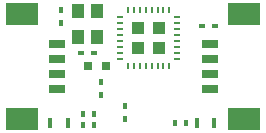
<source format=gtp>
G04 #@! TF.FileFunction,Paste,Top*
%FSLAX46Y46*%
G04 Gerber Fmt 4.6, Leading zero omitted, Abs format (unit mm)*
G04 Created by KiCad (PCBNEW 4.0.7) date 02/04/18 23:39:56*
%MOMM*%
%LPD*%
G01*
G04 APERTURE LIST*
%ADD10C,0.100000*%
%ADD11R,0.540000X0.450000*%
%ADD12R,0.720000X0.675000*%
%ADD13R,0.450000X0.540000*%
%ADD14R,1.440000X0.720000*%
%ADD15R,2.700000X1.890000*%
%ADD16R,0.360000X0.540000*%
%ADD17R,0.630000X0.225000*%
%ADD18R,0.225000X0.630000*%
%ADD19R,1.035000X1.035000*%
%ADD20R,1.035000X1.260000*%
%ADD21R,0.450000X0.810000*%
G04 APERTURE END LIST*
D10*
D11*
X18350000Y9400000D03*
X17250000Y9400000D03*
D12*
X9050000Y6000000D03*
X7550000Y6000000D03*
D11*
X8050000Y7100000D03*
X6950000Y7100000D03*
D13*
X5300000Y10750000D03*
X5300000Y9650000D03*
X8700000Y3550000D03*
X8700000Y4650000D03*
D14*
X17900000Y7875000D03*
X17900000Y6625000D03*
X17900000Y5375000D03*
X17900000Y4125000D03*
D15*
X20800000Y1575000D03*
X20800000Y10425000D03*
D14*
X4900000Y4125000D03*
X4900000Y5375000D03*
X4900000Y6625000D03*
X4900000Y7875000D03*
D15*
X2000000Y10425000D03*
X2000000Y1575000D03*
D16*
X7150000Y2000000D03*
X8050000Y2000000D03*
X7150000Y1000000D03*
X8050000Y1000000D03*
X14950000Y1200000D03*
X15850000Y1200000D03*
D17*
X10300000Y10150000D03*
X10300000Y9650000D03*
X10300000Y9150000D03*
X10300000Y8650000D03*
X10300000Y8150000D03*
X10300000Y7650000D03*
X10300000Y7150000D03*
X10300000Y6650000D03*
D18*
X10950000Y6000000D03*
X11450000Y6000000D03*
X11950000Y6000000D03*
X12450000Y6000000D03*
X12950000Y6000000D03*
X13450000Y6000000D03*
X13950000Y6000000D03*
X14450000Y6000000D03*
D17*
X15100000Y6650000D03*
X15100000Y7150000D03*
X15100000Y7650000D03*
X15100000Y8150000D03*
X15100000Y8650000D03*
X15100000Y9150000D03*
X15100000Y9650000D03*
X15100000Y10150000D03*
D18*
X14450000Y10800000D03*
X13950000Y10800000D03*
X13450000Y10800000D03*
X12950000Y10800000D03*
X12450000Y10800000D03*
X11950000Y10800000D03*
X11450000Y10800000D03*
X10950000Y10800000D03*
D19*
X13562500Y7537500D03*
X13562500Y9262500D03*
X11837500Y7537500D03*
X11837500Y9262500D03*
D20*
X6700000Y8500000D03*
X6700000Y10700000D03*
X8300000Y10700000D03*
X8300000Y8500000D03*
D21*
X5850000Y1200000D03*
X4350000Y1200000D03*
X18250000Y1200000D03*
X16750000Y1200000D03*
D13*
X10700000Y1550000D03*
X10700000Y2650000D03*
M02*

</source>
